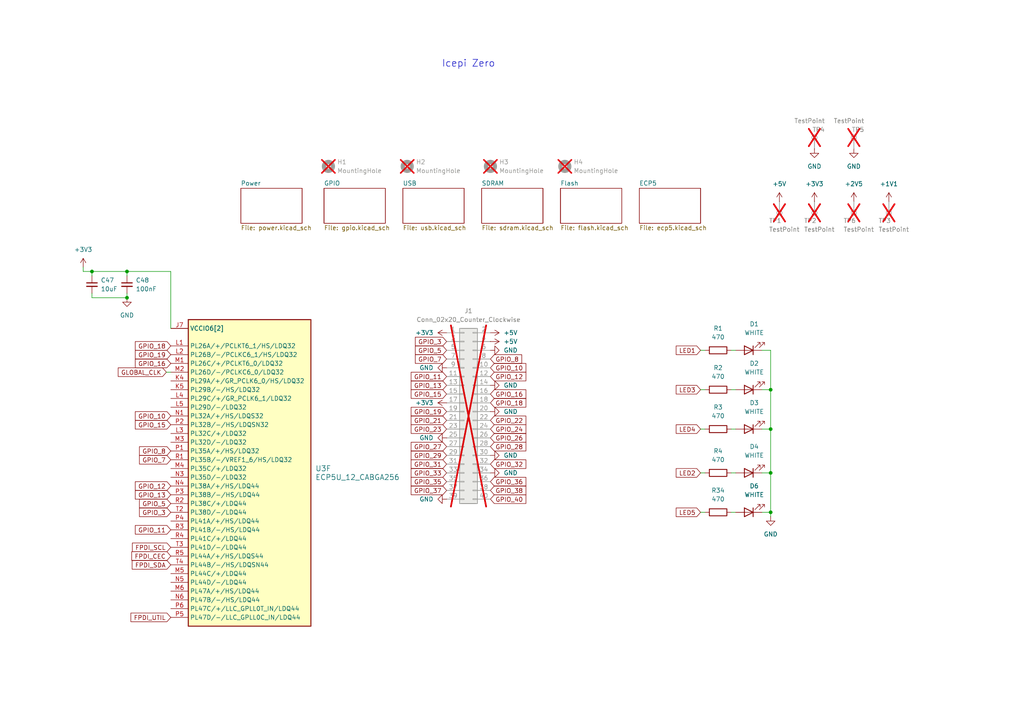
<source format=kicad_sch>
(kicad_sch (version 20250114) (generator "eeschema") (generator_version "9.0")
  (paper "A4")
  (title_block (title "Icepi zero") (date "2025-05-04") (rev "v1") (company "Chengyin Yao (cheyao)") (comment 1 "https://github.com/cheyao/icepi-zero"))
  (lib_symbols
    (symbol "Connector:TestPoint" (pin_numbers (hide yes)) (pin_names (offset 0.762) (hide yes))
      (property "Reference" "TP" (at 0 6.858 0))
      (property "Value" "TestPoint" (at 0 5.08 0))
      (symbol "TestPoint_1_1"
        (pin passive line (at 0 0 90) (length 2.54) (name "1") (number "1"))
      )
    )
    (symbol "Connector_Generic:Conn_02x20_Odd_Even" (pin_names (offset 1.016) (hide yes))
      (property "Reference" "J" (at 1.27 25.4 0))
      (property "Value" "Conn_02x20_Odd_Even" (at 1.27 -27.94 0))
      (symbol "Conn_02x20_Odd_Even_1_1"
        (pin passive line (at -5.08 22.86 0) (length 3.81) (name "Pin_1") (number "1"))
        (pin passive line (at -5.08 20.32 0) (length 3.81) (name "Pin_3") (number "3"))
        (pin passive line (at -5.08 17.78 0) (length 3.81) (name "Pin_5") (number "5"))
        (pin passive line (at -5.08 15.24 0) (length 3.81) (name "Pin_7") (number "7"))
        (pin passive line (at -5.08 12.7 0) (length 3.81) (name "Pin_9") (number "9"))
        (pin passive line (at -5.08 10.16 0) (length 3.81) (name "Pin_11") (number "11"))
        (pin passive line (at -5.08 7.62 0) (length 3.81) (name "Pin_13") (number "13"))
        (pin passive line (at -5.08 5.08 0) (length 3.81) (name "Pin_15") (number "15"))
        (pin passive line (at -5.08 2.54 0) (length 3.81) (name "Pin_17") (number "17"))
        (pin passive line (at -5.08 0 0) (length 3.81) (name "Pin_19") (number "19"))
        (pin passive line (at -5.08 -2.54 0) (length 3.81) (name "Pin_21") (number "21"))
        (pin passive line (at -5.08 -5.08 0) (length 3.81) (name "Pin_23") (number "23"))
        (pin passive line (at -5.08 -7.62 0) (length 3.81) (name "Pin_25") (number "25"))
        (pin passive line (at -5.08 -10.16 0) (length 3.81) (name "Pin_27") (number "27"))
        (pin passive line (at -5.08 -12.7 0) (length 3.81) (name "Pin_29") (number "29"))
        (pin passive line (at -5.08 -15.24 0) (length 3.81) (name "Pin_31") (number "31"))
        (pin passive line (at -5.08 -17.78 0) (length 3.81) (name "Pin_33") (number "33"))
        (pin passive line (at -5.08 -20.32 0) (length 3.81) (name "Pin_35") (number "35"))
        (pin passive line (at -5.08 -22.86 0) (length 3.81) (name "Pin_37") (number "37"))
        (pin passive line (at -5.08 -25.4 0) (length 3.81) (name "Pin_39") (number "39"))
        (pin passive line (at 7.62 22.86 180) (length 3.81) (name "Pin_2") (number "2"))
        (pin passive line (at 7.62 20.32 180) (length 3.81) (name "Pin_4") (number "4"))
        (pin passive line (at 7.62 17.78 180) (length 3.81) (name "Pin_6") (number "6"))
        (pin passive line (at 7.62 15.24 180) (length 3.81) (name "Pin_8") (number "8"))
        (pin passive line (at 7.62 12.7 180) (length 3.81) (name "Pin_10") (number "10"))
        (pin passive line (at 7.62 10.16 180) (length 3.81) (name "Pin_12") (number "12"))
        (pin passive line (at 7.62 7.62 180) (length 3.81) (name "Pin_14") (number "14"))
        (pin passive line (at 7.62 5.08 180) (length 3.81) (name "Pin_16") (number "16"))
        (pin passive line (at 7.62 2.54 180) (length 3.81) (name "Pin_18") (number "18"))
        (pin passive line (at 7.62 0 180) (length 3.81) (name "Pin_20") (number "20"))
        (pin passive line (at 7.62 -2.54 180) (length 3.81) (name "Pin_22") (number "22"))
        (pin passive line (at 7.62 -5.08 180) (length 3.81) (name "Pin_24") (number "24"))
        (pin passive line (at 7.62 -7.62 180) (length 3.81) (name "Pin_26") (number "26"))
        (pin passive line (at 7.62 -10.16 180) (length 3.81) (name "Pin_28") (number "28"))
        (pin passive line (at 7.62 -12.7 180) (length 3.81) (name "Pin_30") (number "30"))
        (pin passive line (at 7.62 -15.24 180) (length 3.81) (name "Pin_32") (number "32"))
        (pin passive line (at 7.62 -17.78 180) (length 3.81) (name "Pin_34") (number "34"))
        (pin passive line (at 7.62 -20.32 180) (length 3.81) (name "Pin_36") (number "36"))
        (pin passive line (at 7.62 -22.86 180) (length 3.81) (name "Pin_38") (number "38"))
        (pin passive line (at 7.62 -25.4 180) (length 3.81) (name "Pin_40") (number "40"))
      )
    )
    (symbol "Device:C_Small" (pin_numbers (hide yes)) (pin_names (offset 0.254) (hide yes))
      (property "Reference" "C" (at 0.254 1.778 0))
      (property "Value" "C_Small" (at 0.254 -2.032 0))
      (symbol "C_Small_1_1"
        (pin passive line (at 0 2.54 270) (length 2.032) (name "~") (number "1"))
        (pin passive line (at 0 -2.54 90) (length 2.032) (name "~") (number "2"))
      )
    )
    (symbol "Device:LED" (pin_numbers (hide yes)) (pin_names (offset 1.016) (hide yes))
      (property "Reference" "D" (at 0 2.54 0))
      (property "Value" "LED" (at 0 -2.54 0))
      (symbol "LED_1_1"
        (pin passive line (at -3.81 0 0) (length 2.54) (name "K") (number "1"))
        (pin passive line (at 3.81 0 180) (length 2.54) (name "A") (number "2"))
      )
    )
    (symbol "Device:R" (pin_numbers (hide yes)) (pin_names (offset 0))
      (property "Reference" "R" (at 2.032 0 90))
      (property "Value" "R" (at 0 0 90))
      (symbol "R_1_1"
        (pin passive line (at 0 3.81 270) (length 1.27) (name "~") (number "1"))
        (pin passive line (at 0 -3.81 90) (length 1.27) (name "~") (number "2"))
      )
    )
    (symbol "Mechanical:MountingHole" (pin_names (offset 1.016)) (in_bom no)
      (property "Reference" "H" (at 0 5.08 0))
      (property "Value" "MountingHole" (at 0 3.175 0))
    )
    (symbol "josh:ECP5U_12_CABGA256"
      (property "Reference" "U" (at -15.24 45.72 0))
      (property "Value" "ECP5U_12_CABGA256" (at 7.62 43.18 0))
      (symbol "ECP5U_12_CABGA256_1_1"
        (pin power_in line (at -12.7 5.08 0) (length 5.08) (name "VCC[6]") (number "G6"))
        (pin power_in line (at -12.7 5.08 0) (length 5.08) (name "VCC[6]") (number "G7"))
        (pin power_in line (at -12.7 5.08 0) (length 5.08) (name "VCC[6]") (number "G9"))
        (pin power_in line (at -12.7 5.08 0) (length 5.08) (name "VCC[6]") (number "L10"))
        (pin power_in line (at -12.7 5.08 0) (length 5.08) (name "VCC[6]") (number "L8"))
        (pin power_in line (at -12.7 5.08 0) (length 5.08) (name "VCC[6]") (number "L9"))
        (pin power_in line (at -12.7 2.54 0) (length 5.08) (name "VCCAUX[2]") (number "G11"))
        (pin power_in line (at -12.7 2.54 0) (length 5.08) (name "VCCAUX[2]") (number "L7"))
        (pin power_in line (at -12.7 -5.08 0) (length 5.08) (name "GND[27]") (number "A1"))
        (pin power_in line (at -12.7 -5.08 0) (length 5.08) (name "GND[27]") (number "A16"))
        (pin power_in line (at -12.7 -5.08 0) (length 5.08) (name "GND[27]") (number "D15"))
        (pin power_in line (at -12.7 -5.08 0) (length 5.08) (name "GND[27]") (number "D2"))
        (pin power_in line (at -12.7 -5.08 0) (length 5.08) (name "GND[27]") (number "F8"))
        (pin power_in line (at -12.7 -5.08 0) (length 5.08) (name "GND[27]") (number "F9"))
        (pin power_in line (at -12.7 -5.08 0) (length 5.08) (name "GND[27]") (number "G10"))
        (pin power_in line (at -12.7 -5.08 0) (length 5.08) (name "GND[27]") (number "G8"))
        (pin power_in line (at -12.7 -5.08 0) (length 5.08) (name "GND[27]") (number "H1"))
        (pin power_in line (at -12.7 -5.08 0) (length 5.08) (name "GND[27]") (number "H10"))
        (pin power_in line (at -12.7 -5.08 0) (length 5.08) (name "GND[27]") (number "H16"))
        (pin power_in line (at -12.7 -5.08 0) (length 5.08) (name "GND[27]") (number "H8"))
        (pin power_in line (at -12.7 -5.08 0) (length 5.08) (name "GND[27]") (number "H9"))
        (pin power_in line (at -12.7 -5.08 0) (length 5.08) (name "GND[27]") (number "J10"))
        (pin power_in line (at -12.7 -5.08 0) (length 5.08) (name "GND[27]") (number "J8"))
        (pin power_in line (at -12.7 -5.08 0) (length 5.08) (name "GND[27]") (number "J9"))
        (pin power_in line (at -12.7 -5.08 0) (length 5.08) (name "GND[27]") (number "K10"))
        (pin power_in line (at -12.7 -5.08 0) (length 5.08) (name "GND[27]") (number "K6"))
        (pin power_in line (at -12.7 -5.08 0) (length 5.08) (name "GND[27]") (number "K7"))
        (pin power_in line (at -12.7 -5.08 0) (length 5.08) (name "GND[27]") (number "K8"))
        (pin power_in line (at -12.7 -5.08 0) (length 5.08) (name "GND[27]") (number "K9"))
        (pin power_in line (at -12.7 -5.08 0) (length 5.08) (name "GND[27]") (number "N15"))
        (pin power_in line (at -12.7 -5.08 0) (length 5.08) (name "GND[27]") (number "N2"))
        (pin power_in line (at -12.7 -5.08 0) (length 5.08) (name "GND[27]") (number "T1"))
        (pin power_in line (at -12.7 -5.08 0) (length 5.08) (name "GND[27]") (number "T12"))
        (pin power_in line (at -12.7 -5.08 0) (length 5.08) (name "GND[27]") (number "T16"))
        (pin power_in line (at -12.7 -5.08 0) (length 5.08) (name "GND[27]") (number "T5"))
      )
      (symbol "ECP5U_12_CABGA256_2_1"
        (pin power_in line (at -21.59 38.1 0) (length 5.08) (name "VCCIO0[2]") (number "F6"))
        (pin power_in line (at -21.59 38.1 0) (length 5.08) (name "VCCIO0[2]") (number "F7"))
        (pin bidirectional line (at -21.59 33.02 0) (length 5.08) (name "PT4A/+") (number "A2"))
        (pin bidirectional line (at -21.59 30.48 0) (length 5.08) (name "PT4B/-") (number "B3"))
        (pin bidirectional line (at -21.59 27.94 0) (length 5.08) (name "PT6A/+") (number "A3"))
        (pin bidirectional line (at -21.59 25.4 0) (length 5.08) (name "PT6B/-") (number "A4"))
        (pin bidirectional line (at -21.59 22.86 0) (length 5.08) (name "PT9A/+") (number "E4"))
        (pin bidirectional line (at -21.59 20.32 0) (length 5.08) (name "PT9B/-") (number "D4"))
        (pin bidirectional line (at -21.59 17.78 0) (length 5.08) (name "PT11A/+") (number "C4"))
        (pin bidirectional line (at -21.59 15.24 0) (length 5.08) (name "PT11B/-") (number "B4"))
        (pin bidirectional line (at -21.59 12.7 0) (length 5.08) (name "PT13A/+") (number "E5"))
        (pin bidirectional line (at -21.59 10.16 0) (length 5.08) (name "PT13B/-") (number "D5"))
        (pin bidirectional line (at -21.59 7.62 0) (length 5.08) (name "PT15A/+") (number "C5"))
        (pin bidirectional line (at -21.59 5.08 0) (length 5.08) (name "PT15B/-") (number "B5"))
        (pin bidirectional line (at -21.59 2.54 0) (length 5.08) (name "PT18A/+") (number "A5"))
        (pin bidirectional line (at -21.59 0 0) (length 5.08) (name "PT18B/-") (number "A6"))
        (pin bidirectional line (at -21.59 -2.54 0) (length 5.08) (name "PT20A/+") (number "E6"))
        (pin bidirectional line (at -21.59 -5.08 0) (length 5.08) (name "PT20B/-") (number "D6"))
        (pin bidirectional line (at -21.59 -7.62 0) (length 5.08) (name "PT22A/+") (number "C6"))
        (pin bidirectional line (at -21.59 -10.16 0) (length 5.08) (name "PT22B/-") (number "B6"))
        (pin bidirectional line (at -21.59 -12.7 0) (length 5.08) (name "PT24A/+/GR_PCLK0_1") (number "E7"))
        (pin bidirectional line (at -21.59 -15.24 0) (length 5.08) (name "PT24B/-/GR_PCLK0_0") (number "D7"))
        (pin bidirectional line (at -21.59 -17.78 0) (length 5.08) (name "PT27A/+/PCLKT0_1") (number "C7"))
        (pin bidirectional line (at -21.59 -20.32 0) (length 5.08) (name "PT27B/-/PCLKC0_1") (number "B7"))
        (pin bidirectional line (at -21.59 -22.86 0) (length 5.08) (name "PT29A/+/PCLKT0_0") (number "A7"))
        (pin bidirectional line (at -21.59 -25.4 0) (length 5.08) (name "PT29B/-/PCLKC0_0") (number "A8"))
      )
      (symbol "ECP5U_12_CABGA256_3_1"
        (pin power_in line (at -21.59 38.1 0) (length 5.08) (name "VCCIO1[2]") (number "F10"))
        (pin power_in line (at -21.59 38.1 0) (length 5.08) (name "VCCIO1[2]") (number "F11"))
        (pin bidirectional line (at -21.59 33.02 0) (length 5.08) (name "PT33A/+/PCLKT1_1") (number "E8"))
        (pin bidirectional line (at -21.59 30.48 0) (length 5.08) (name "PT33B/-/PCLKC1_1") (number "D8"))
        (pin bidirectional line (at -21.59 27.94 0) (length 5.08) (name "PT35A/+/PCLKT1_0") (number "C8"))
        (pin bidirectional line (at -21.59 25.4 0) (length 5.08) (name "PT35B/-/PCLKC1_0") (number "B8"))
        (pin bidirectional line (at -21.59 22.86 0) (length 5.08) (name "PT38A/+/GR_PCLK1_0") (number "B9"))
        (pin bidirectional line (at -21.59 20.32 0) (length 5.08) (name "PT38B/-/GR_PCLK1_1") (number "C9"))
        (pin bidirectional line (at -21.59 17.78 0) (length 5.08) (name "PT40A/+") (number "D9"))
        (pin bidirectional line (at -21.59 15.24 0) (length 5.08) (name "PT40B/-") (number "E9"))
        (pin bidirectional line (at -21.59 12.7 0) (length 5.08) (name "PT42A/+") (number "A9"))
        (pin bidirectional line (at -21.59 10.16 0) (length 5.08) (name "PT42B/-") (number "A10"))
        (pin bidirectional line (at -21.59 7.62 0) (length 5.08) (name "PT44A/+") (number "B10"))
        (pin bidirectional line (at -21.59 5.08 0) (length 5.08) (name "PT44B/-") (number "C10"))
        (pin bidirectional line (at -21.59 2.54 0) (length 5.08) (name "PT47A/+") (number "D10"))
        (pin bidirectional line (at -21.59 0 0) (length 5.08) (name "PT47B/-") (number "E10"))
        (pin bidirectional line (at -21.59 -2.54 0) (length 5.08) (name "PT49A/+") (number "B11"))
        (pin bidirectional line (at -21.59 -5.08 0) (length 5.08) (name "PT49B/-") (number "C11"))
        (pin bidirectional line (at -21.59 -7.62 0) (length 5.08) (name "PT51A/+") (number "D11"))
        (pin bidirectional line (at -21.59 -10.16 0) (length 5.08) (name "PT51B/-") (number "E11"))
        (pin bidirectional line (at -21.59 -12.7 0) (length 5.08) (name "PT53A/+") (number "A11"))
        (pin bidirectional line (at -21.59 -15.24 0) (length 5.08) (name "PT53B/-") (number "A12"))
        (pin bidirectional line (at -21.59 -17.78 0) (length 5.08) (name "PT56A/+") (number "B12"))
        (pin bidirectional line (at -21.59 -20.32 0) (length 5.08) (name "PT56B/-") (number "C12"))
        (pin bidirectional line (at -21.59 -22.86 0) (length 5.08) (name "PT58A/+") (number "D12"))
        (pin bidirectional line (at -21.59 -25.4 0) (length 5.08) (name "PT58B/-") (number "E12"))
        (pin bidirectional line (at -21.59 -27.94 0) (length 5.08) (name "PT60A/+") (number "B13"))
        (pin bidirectional line (at -21.59 -30.48 0) (length 5.08) (name "PT60B/-") (number "C13"))
        (pin bidirectional line (at -21.59 -33.02 0) (length 5.08) (name "PT62A/+") (number "D13"))
        (pin bidirectional line (at -21.59 -35.56 0) (length 5.08) (name "PT62B/-") (number "E13"))
        (pin bidirectional line (at -21.59 -38.1 0) (length 5.08) (name "PT65A/+") (number "A13"))
        (pin bidirectional line (at -21.59 -40.64 0) (length 5.08) (name "PT65B/-") (number "A14"))
        (pin bidirectional line (at -21.59 -43.18 0) (length 5.08) (name "PT67A/+") (number "B14"))
        (pin bidirectional line (at -21.59 -45.72 0) (length 5.08) (name "PT67B/-") (number "A15"))
      )
      (symbol "ECP5U_12_CABGA256_4_1"
        (pin power_in line (at -21.59 38.1 0) (length 5.08) (name "VCCIO2[2]") (number "H11"))
        (pin power_in line (at -21.59 38.1 0) (length 5.08) (name "VCCIO2[2]") (number "J11"))
        (pin bidirectional line (at -21.59 33.02 0) (length 5.08) (name "PR2A/+/HS/RDQ8") (number "B16"))
        (pin bidirectional line (at -21.59 30.48 0) (length 5.08) (name "PR2B/-/S0_IN/HS/RDQ8") (number "B15"))
        (pin bidirectional line (at -21.59 27.94 0) (length 5.08) (name "PR2C/+/RDQ8") (number "C14"))
        (pin bidirectional line (at -21.59 25.4 0) (length 5.08) (name "PR2D/-/RDQ8") (number "D14"))
        (pin bidirectional line (at -21.59 22.86 0) (length 5.08) (name "PR5A/+/HS/RDQ8") (number "C16"))
        (pin bidirectional line (at -21.59 20.32 0) (length 5.08) (name "PR5B/-/HS/RDQ8") (number "C15"))
        (pin bidirectional line (at -21.59 17.78 0) (length 5.08) (name "PR5C/+/RDQ8") (number "E14"))
        (pin bidirectional line (at -21.59 15.24 0) (length 5.08) (name "PR5D/-/RDQ8") (number "F14"))
        (pin bidirectional line (at -21.59 12.7 0) (length 5.08) (name "PR8A/+/HS/RDQS8") (number "D16"))
        (pin bidirectional line (at -21.59 10.16 0) (length 5.08) (name "PR8B/-/HS/RDQSN8") (number "E15"))
        (pin bidirectional line (at -21.59 7.62 0) (length 5.08) (name "PR8C/+/RDQ8") (number "F13"))
        (pin bidirectional line (at -21.59 5.08 0) (length 5.08) (name "PR8D/-/RDQ8") (number "F12"))
        (pin bidirectional line (at -21.59 2.54 0) (length 5.08) (name "PR11A/+/HS/RDQ8") (number "G12"))
        (pin bidirectional line (at -21.59 0 0) (length 5.08) (name "PR11B/-/HS/RDQ8") (number "G13"))
        (pin bidirectional line (at -21.59 -2.54 0) (length 5.08) (name "PR11C/+/RDQ8") (number "F15"))
        (pin bidirectional line (at -21.59 -5.08 0) (length 5.08) (name "PR11D/-/RDQ8") (number "E16"))
        (pin bidirectional line (at -21.59 -7.62 0) (length 5.08) (name "PR14A/+/HS/RDQ20") (number "F16"))
        (pin bidirectional line (at -21.59 -10.16 0) (length 5.08) (name "PR14B/-/HS/RDQ20") (number "G15"))
        (pin bidirectional line (at -21.59 -12.7 0) (length 5.08) (name "PR14C/+/VREF1_2/RDQ20") (number "G14"))
        (pin bidirectional line (at -21.59 -15.24 0) (length 5.08) (name "PR14D/-/RDQ20") (number "H14"))
        (pin bidirectional line (at -21.59 -17.78 0) (length 5.08) (name "PR17A/+/HS/RDQ20") (number "H12"))
        (pin bidirectional line (at -21.59 -20.32 0) (length 5.08) (name "PR17B/-/HS/RDQ20") (number "H13"))
        (pin bidirectional line (at -21.59 -22.86 0) (length 5.08) (name "PR17C/+/RDQ20") (number "J13"))
        (pin bidirectional line (at -21.59 -25.4 0) (length 5.08) (name "PR17D/-/RDQ20") (number "J12"))
        (pin bidirectional line (at -21.59 -27.94 0) (length 5.08) (name "PR20A/+/GR_PCLK2_1/HS/RDQS20") (number "G16"))
        (pin bidirectional line (at -21.59 -30.48 0) (length 5.08) (name "PR20B/-/HS/RDQSN20") (number "H15"))
        (pin bidirectional line (at -21.59 -33.02 0) (length 5.08) (name "PR20C/+/GR_PCLK2_0/RDQ20") (number "J14"))
        (pin bidirectional line (at -21.59 -35.56 0) (length 5.08) (name "PR20D/-/RDQ20") (number "K14"))
        (pin bidirectional line (at -21.59 -38.1 0) (length 5.08) (name "PR23A/+/PCLKT2_1/HS/RDQ20") (number "J16"))
        (pin bidirectional line (at -21.59 -40.64 0) (length 5.08) (name "PR23B/-/PCLKC2_1/HS/RDQ20") (number "J15"))
        (pin bidirectional line (at -21.59 -43.18 0) (length 5.08) (name "PR23C/+/PCLKT2_0/RDQ20") (number "K16"))
        (pin bidirectional line (at -21.59 -45.72 0) (length 5.08) (name "PR23D/-/PCLKC2_0/RDQ20") (number "K15"))
      )
      (symbol "ECP5U_12_CABGA256_5_1"
        (pin power_in line (at -21.59 38.1 0) (length 5.08) (name "VCCIO3[2]") (number "K11"))
        (pin power_in line (at -21.59 38.1 0) (length 5.08) (name "VCCIO3[2]") (number "L11"))
        (pin bidirectional line (at -21.59 33.02 0) (length 5.08) (name "PR26A/+/PCLKT3_1/HS/RDQ32") (number "L16"))
        (pin bidirectional line (at -21.59 30.48 0) (length 5.08) (name "PR26B/-/PCLKC3_1/HS/RDQ32") (number "L15"))
        (pin bidirectional line (at -21.59 27.94 0) (length 5.08) (name "PR26C/+/PCLKT3_0/RDQ32") (number "M16"))
        (pin bidirectional line (at -21.59 25.4 0) (length 5.08) (name "PR26D/-/PCLKC3_0/RDQ32") (number "M15"))
        (pin bidirectional line (at -21.59 22.86 0) (length 5.08) (name "PR29A/+/GR_PCLK3_0/HS/RDQ32") (number "K13"))
        (pin bidirectional line (at -21.59 20.32 0) (length 5.08) (name "PR29B/-/HS/RDQ32") (number "K12"))
        (pin bidirectional line (at -21.59 17.78 0) (length 5.08) (name "PR29C/+/GR_PCLK3_1/RDQ32") (number "L13"))
        (pin bidirectional line (at -21.59 15.24 0) (length 5.08) (name "PR29D/-/RDQ32") (number "L12"))
        (pin bidirectional line (at -21.59 12.7 0) (length 5.08) (name "PR32A/+/HS/RDQS32") (number "N16"))
        (pin bidirectional line (at -21.59 10.16 0) (length 5.08) (name "PR32B/-/HS/RDQSN32") (number "P15"))
        (pin bidirectional line (at -21.59 7.62 0) (length 5.08) (name "PR32C/+/RDQ32") (number "L14"))
        (pin bidirectional line (at -21.59 5.08 0) (length 5.08) (name "PR32D/-/RDQ32") (number "M14"))
        (pin bidirectional line (at -21.59 2.54 0) (length 5.08) (name "PR35A/+/HS/RDQ32") (number "P16"))
        (pin bidirectional line (at -21.59 0 0) (length 5.08) (name "PR35B/-/VREF1_3/HS/RDQ32") (number "R16"))
        (pin bidirectional line (at -21.59 -2.54 0) (length 5.08) (name "PR35C/+/RDQ32") (number "M13"))
        (pin bidirectional line (at -21.59 -5.08 0) (length 5.08) (name "PR35D/-/RDQ32") (number "N14"))
        (pin bidirectional line (at -21.59 -7.62 0) (length 5.08) (name "PR38A/+/HS/RDQ44") (number "N13"))
        (pin bidirectional line (at -21.59 -10.16 0) (length 5.08) (name "PR38B/-/HS/RDQ44") (number "P14"))
        (pin bidirectional line (at -21.59 -12.7 0) (length 5.08) (name "PR38C/+/RDQ44") (number "R15"))
        (pin bidirectional line (at -21.59 -15.24 0) (length 5.08) (name "PR38D/-/RDQ44") (number "T15"))
        (pin bidirectional line (at -21.59 -17.78 0) (length 5.08) (name "PR41A/+/HS/RDQ44") (number "P13"))
        (pin bidirectional line (at -21.59 -20.32 0) (length 5.08) (name "PR41B/-/HS/RDQ44") (number "R14"))
        (pin bidirectional line (at -21.59 -22.86 0) (length 5.08) (name "PR41C/+/RDQ44") (number "R13"))
        (pin bidirectional line (at -21.59 -25.4 0) (length 5.08) (name "PR41D/-/RDQ44") (number "T14"))
        (pin bidirectional line (at -21.59 -27.94 0) (length 5.08) (name "PR44A/+/HS/RDQS44") (number "R12"))
        (pin bidirectional line (at -21.59 -30.48 0) (length 5.08) (name "PR44B/-/HS/RDQSN44") (number "T13"))
        (pin bidirectional line (at -21.59 -33.02 0) (length 5.08) (name "PR44C/+/RDQ44") (number "M12"))
        (pin bidirectional line (at -21.59 -35.56 0) (length 5.08) (name "PR44D/-/RDQ44") (number "N12"))
        (pin bidirectional line (at -21.59 -38.1 0) (length 5.08) (name "PR47A/+/HS/RDQ44") (number "M11"))
        (pin bidirectional line (at -21.59 -40.64 0) (length 5.08) (name "PR47B/-/HS/RDQ44") (number "N11"))
        (pin bidirectional line (at -21.59 -43.18 0) (length 5.08) (name "PR47C/+/LRC_GPLL0T_IN/RDQ44") (number "P11"))
        (pin bidirectional line (at -21.59 -45.72 0) (length 5.08) (name "PR47D/-/LRC_GPLL0C_IN/RDQ44") (number "P12"))
      )
      (symbol "ECP5U_12_CABGA256_6_1"
        (pin power_in line (at -21.59 38.1 0) (length 5.08) (name "VCCIO6[2]") (number "J6"))
        (pin power_in line (at -21.59 38.1 0) (length 5.08) (name "VCCIO6[2]") (number "J7"))
        (pin bidirectional line (at -21.59 33.02 0) (length 5.08) (name "PL26A/+/PCLKT6_1/HS/LDQ32") (number "L1"))
        (pin bidirectional line (at -21.59 30.48 0) (length 5.08) (name "PL26B/-/PCLKC6_1/HS/LDQ32") (number "L2"))
        (pin bidirectional line (at -21.59 27.94 0) (length 5.08) (name "PL26C/+/PCLKT6_0/LDQ32") (number "M1"))
        (pin bidirectional line (at -21.59 25.4 0) (length 5.08) (name "PL26D/-/PCLKC6_0/LDQ32") (number "M2"))
        (pin bidirectional line (at -21.59 22.86 0) (length 5.08) (name "PL29A/+/GR_PCLK6_0/HS/LDQ32") (number "K4"))
        (pin bidirectional line (at -21.59 20.32 0) (length 5.08) (name "PL29B/-/HS/LDQ32") (number "K5"))
        (pin bidirectional line (at -21.59 17.78 0) (length 5.08) (name "PL29C/+/GR_PCLK6_1/LDQ32") (number "L4"))
        (pin bidirectional line (at -21.59 15.24 0) (length 5.08) (name "PL29D/-/LDQ32") (number "L5"))
        (pin bidirectional line (at -21.59 12.7 0) (length 5.08) (name "PL32A/+/HS/LDQS32") (number "N1"))
        (pin bidirectional line (at -21.59 10.16 0) (length 5.08) (name "PL32B/-/HS/LDQSN32") (number "P2"))
        (pin bidirectional line (at -21.59 7.62 0) (length 5.08) (name "PL32C/+/LDQ32") (number "L3"))
        (pin bidirectional line (at -21.59 5.08 0) (length 5.08) (name "PL32D/-/LDQ32") (number "M3"))
        (pin bidirectional line (at -21.59 2.54 0) (length 5.08) (name "PL35A/+/HS/LDQ32") (number "P1"))
        (pin bidirectional line (at -21.59 0 0) (length 5.08) (name "PL35B/-/VREF1_6/HS/LDQ32") (number "R1"))
        (pin bidirectional line (at -21.59 -2.54 0) (length 5.08) (name "PL35C/+/LDQ32") (number "M4"))
        (pin bidirectional line (at -21.59 -5.08 0) (length 5.08) (name "PL35D/-/LDQ32") (number "N3"))
        (pin bidirectional line (at -21.59 -7.62 0) (length 5.08) (name "PL38A/+/HS/LDQ44") (number "N4"))
        (pin bidirectional line (at -21.59 -10.16 0) (length 5.08) (name "PL38B/-/HS/LDQ44") (number "P3"))
        (pin bidirectional line (at -21.59 -12.7 0) (length 5.08) (name "PL38C/+/LDQ44") (number "R2"))
        (pin bidirectional line (at -21.59 -15.24 0) (length 5.08) (name "PL38D/-/LDQ44") (number "T2"))
        (pin bidirectional line (at -21.59 -17.78 0) (length 5.08) (name "PL41A/+/HS/LDQ44") (number "P4"))
        (pin bidirectional line (at -21.59 -20.32 0) (length 5.08) (name "PL41B/-/HS/LDQ44") (number "R3"))
        (pin bidirectional line (at -21.59 -22.86 0) (length 5.08) (name "PL41C/+/LDQ44") (number "R4"))
        (pin bidirectional line (at -21.59 -25.4 0) (length 5.08) (name "PL41D/-/LDQ44") (number "T3"))
        (pin bidirectional line (at -21.59 -27.94 0) (length 5.08) (name "PL44A/+/HS/LDQS44") (number "R5"))
        (pin bidirectional line (at -21.59 -30.48 0) (length 5.08) (name "PL44B/-/HS/LDQSN44") (number "T4"))
        (pin bidirectional line (at -21.59 -33.02 0) (length 5.08) (name "PL44C/+/LDQ44") (number "M5"))
        (pin bidirectional line (at -21.59 -35.56 0) (length 5.08) (name "PL44D/-/LDQ44") (number "N5"))
        (pin bidirectional line (at -21.59 -38.1 0) (length 5.08) (name "PL47A/+/HS/LDQ44") (number "M6"))
        (pin bidirectional line (at -21.59 -40.64 0) (length 5.08) (name "PL47B/-/HS/LDQ44") (number "N6"))
        (pin bidirectional line (at -21.59 -43.18 0) (length 5.08) (name "PL47C/+/LLC_GPLL0T_IN/LDQ44") (number "P6"))
        (pin bidirectional line (at -21.59 -45.72 0) (length 5.08) (name "PL47D/-/LLC_GPLL0C_IN/LDQ44") (number "P5"))
      )
      (symbol "ECP5U_12_CABGA256_7_1"
        (pin power_in line (at -21.59 38.1 0) (length 5.08) (name "VCCIO7[2]") (number "H6"))
        (pin power_in line (at -21.59 38.1 0) (length 5.08) (name "VCCIO7[2]") (number "H7"))
        (pin bidirectional line (at -21.59 34.29 0) (length 5.08) (name "PL2A/+/HS/LDQ8") (number "B1"))
        (pin bidirectional line (at -21.59 31.75 0) (length 5.08) (name "PL2B/-/HS/LDQ8") (number "B2"))
        (pin bidirectional line (at -21.59 29.21 0) (length 5.08) (name "PL2C/+/LDQ8") (number "C3"))
        (pin bidirectional line (at -21.59 26.67 0) (length 5.08) (name "PL2D/-/LDQ8") (number "D3"))
        (pin bidirectional line (at -21.59 24.13 0) (length 5.08) (name "PL5A/+/HS/LDQ8") (number "C1"))
        (pin bidirectional line (at -21.59 21.59 0) (length 5.08) (name "PL5B/-/HS/LDQ8") (number "C2"))
        (pin bidirectional line (at -21.59 19.05 0) (length 5.08) (name "PL5C/+/LDQ8") (number "E3"))
        (pin bidirectional line (at -21.59 16.51 0) (length 5.08) (name "PL5D/-/LDQ8") (number "F3"))
        (pin bidirectional line (at -21.59 13.97 0) (length 5.08) (name "PL8A/+/HS/LDQS8") (number "D1"))
        (pin bidirectional line (at -21.59 11.43 0) (length 5.08) (name "PL8B/-/HS/LDQSN8") (number "E2"))
        (pin bidirectional line (at -21.59 8.89 0) (length 5.08) (name "PL8C/+/LDQ8") (number "F4"))
        (pin bidirectional line (at -21.59 6.35 0) (length 5.08) (name "PL8D/-/LDQ8") (number "F5"))
        (pin bidirectional line (at -21.59 3.81 0) (length 5.08) (name "PL11A/+/HS/LDQ8") (number "G5"))
        (pin bidirectional line (at -21.59 1.27 0) (length 5.08) (name "PL11B/-/HS/LDQ8") (number "G4"))
        (pin bidirectional line (at -21.59 -1.27 0) (length 5.08) (name "PL11C/+/LDQ8") (number "F2"))
        (pin bidirectional line (at -21.59 -3.81 0) (length 5.08) (name "PL11D/-/LDQ8") (number "E1"))
        (pin bidirectional line (at -21.59 -6.35 0) (length 5.08) (name "PL14A/+/HS/LDQ20") (number "F1"))
        (pin bidirectional line (at -21.59 -8.89 0) (length 5.08) (name "PL14B/-/HS/LDQ20") (number "G2"))
        (pin bidirectional line (at -21.59 -11.43 0) (length 5.08) (name "PL14C/+/VREF1_7/LDQ20") (number "G3"))
        (pin bidirectional line (at -21.59 -13.97 0) (length 5.08) (name "PL14D/-/LDQ20") (number "H3"))
        (pin bidirectional line (at -21.59 -16.51 0) (length 5.08) (name "PL17A/+/HS/LDQ20") (number "H5"))
        (pin bidirectional line (at -21.59 -19.05 0) (length 5.08) (name "PL17B/-/HS/LDQ20") (number "H4"))
        (pin bidirectional line (at -21.59 -21.59 0) (length 5.08) (name "PL17C/+/LDQ20") (number "J4"))
        (pin bidirectional line (at -21.59 -24.13 0) (length 5.08) (name "PL17D/-/LDQ20") (number "J5"))
        (pin bidirectional line (at -21.59 -26.67 0) (length 5.08) (name "PL20A/+/GR_PCLK7_1/HS/LDQS20") (number "G1"))
        (pin bidirectional line (at -21.59 -29.21 0) (length 5.08) (name "PL20B/-/HS/LDQSN20") (number "H2"))
        (pin bidirectional line (at -21.59 -31.75 0) (length 5.08) (name "PL20C/+/GR_PCLK7_0/LDQ20") (number "J3"))
        (pin bidirectional line (at -21.59 -34.29 0) (length 5.08) (name "PL20D/-/LDQ20") (number "K3"))
        (pin bidirectional line (at -21.59 -36.83 0) (length 5.08) (name "PL23A/+/PCLKT7_1/HS/LDQ20") (number "J1"))
        (pin bidirectional line (at -21.59 -39.37 0) (length 5.08) (name "PL23B/-/PCLKC7_1/HS/LDQ20") (number "J2"))
        (pin bidirectional line (at -21.59 -41.91 0) (length 5.08) (name "PL23C/+/PCLKT7_0/LDQ20") (number "K1"))
        (pin bidirectional line (at -21.59 -44.45 0) (length 5.08) (name "PL23D/-/PCLKC7_0/LDQ20") (number "K2"))
      )
      (symbol "ECP5U_12_CABGA256_8_1"
        (pin power_in line (at -21.59 38.1 0) (length 5.08) (name "VCCIO8") (number "L6"))
        (pin bidirectional line (at -21.59 33.02 0) (length 5.08) (name "CCLK/MCLK/SCK") (number "N9"))
        (pin bidirectional line (at -21.59 30.48 0) (length 5.08) (name "CFG_0") (number "N10"))
        (pin bidirectional line (at -21.59 27.94 0) (length 5.08) (name "CFG_1") (number "P10"))
        (pin bidirectional line (at -21.59 25.4 0) (length 5.08) (name "CFG_2") (number "R10"))
        (pin bidirectional line (at -21.59 22.86 0) (length 5.08) (name "DONE") (number "P9"))
        (pin bidirectional line (at -21.59 20.32 0) (length 5.08) (name "INITN") (number "T9"))
        (pin bidirectional line (at -21.59 17.78 0) (length 5.08) (name "PB4A/+/D7/IO7") (number "T6"))
        (pin bidirectional line (at -21.59 15.24 0) (length 5.08) (name "PB4B/-/D6/IO6") (number "R6"))
        (pin bidirectional line (at -21.59 12.7 0) (length 5.08) (name "PB6A/+/D5/MISO2/IO5") (number "R7"))
        (pin bidirectional line (at -21.59 10.16 0) (length 5.08) (name "PB6B/-/D4/MOSI2/IO4") (number "P7"))
        (pin bidirectional line (at -21.59 7.62 0) (length 5.08) (name "PB9A/+/D3/IO3") (number "N7"))
        (pin bidirectional line (at -21.59 5.08 0) (length 5.08) (name "PB9B/-/D2/IO2") (number "M7"))
        (pin bidirectional line (at -21.59 2.54 0) (length 5.08) (name "PB11A/+/D1/MISO/IO1") (number "T7"))
        (pin bidirectional line (at -21.59 0 0) (length 5.08) (name "PB11B/-/D0/MOSI/IO0") (number "T8"))
        (pin bidirectional line (at -21.59 -2.54 0) (length 5.08) (name "PB13A/+/SN/CSN") (number "R8"))
        (pin bidirectional line (at -21.59 -5.08 0) (length 5.08) (name "PB13B/-/CS1N") (number "P8"))
        (pin bidirectional line (at -21.59 -7.62 0) (length 5.08) (name "PB15A/+/HOLDN/DI/BUSY/CSSPIN/CEN") (number "N8"))
        (pin bidirectional line (at -21.59 -10.16 0) (length 5.08) (name "PB15B/-/DOUT/CSON") (number "M8"))
        (pin bidirectional line (at -21.59 -12.7 0) (length 5.08) (name "PB18A/WRITEN") (number "M9"))
        (pin bidirectional line (at -21.59 -15.24 0) (length 5.08) (name "PROGRAMN") (number "R9"))
      )
      (symbol "ECP5U_12_CABGA256_9_1"
        (pin bidirectional line (at -7.62 3.81 0) (length 5.08) (name "TCK") (number "T10"))
        (pin bidirectional line (at -7.62 1.27 0) (length 5.08) (name "TDI") (number "R11"))
        (pin bidirectional line (at -7.62 -1.27 0) (length 5.08) (name "TDO") (number "M10"))
        (pin bidirectional line (at -7.62 -3.81 0) (length 5.08) (name "TMS") (number "T11"))
      )
    )
    (symbol "power:+1V1" (power) (pin_numbers (hide yes)) (pin_names (offset 0) (hide yes))
      (property "Value" "+1V1" (at 0 3.556 0))
      (symbol "+1V1_1_1"
        (pin power_in line (at 0 0 90) (length 0) (name "~") (number "1"))
      )
    )
    (symbol "power:+2V5" (power) (pin_numbers (hide yes)) (pin_names (offset 0) (hide yes))
      (property "Value" "+2V5" (at 0 3.556 0))
      (symbol "+2V5_1_1"
        (pin power_in line (at 0 0 90) (length 0) (name "~") (number "1"))
      )
    )
    (symbol "power:+3V3" (power) (pin_numbers (hide yes)) (pin_names (offset 0) (hide yes))
      (property "Value" "+3V3" (at 0 3.556 0))
      (symbol "+3V3_1_1"
        (pin power_in line (at 0 0 90) (length 0) (name "~") (number "1"))
      )
    )
    (symbol "power:+5V" (power) (pin_numbers (hide yes)) (pin_names (offset 0) (hide yes))
      (property "Value" "+5V" (at 0 3.556 0))
      (symbol "+5V_1_1"
        (pin power_in line (at 0 0 90) (length 0) (name "~") (number "1"))
      )
    )
    (symbol "power:GND" (power) (pin_numbers (hide yes)) (pin_names (offset 0) (hide yes))
      (property "Value" "GND" (at 0 -3.81 0))
      (symbol "GND_1_1"
        (pin power_in line (at 0 0 270) (length 0) (name "~") (number "1"))
      )
    )
  )
  (text "Icepi Zero" (at 135.89 18.542 0) (effects (font (size 2 2))))
  (junction (at 223.52 137.16))
  (junction (at 26.67 78.74))
  (junction (at 36.83 78.74))
  (junction (at 223.52 148.59))
  (junction (at 223.52 124.46))
  (junction (at 223.52 113.03))
  (junction (at 36.83 86.36))
  (wire (pts (xy 223.52 148.59) (xy 223.52 137.16)))
  (wire (pts (xy 26.67 78.74) (xy 36.83 78.74)))
  (wire (pts (xy 223.52 101.6) (xy 223.52 113.03)))
  (wire (pts (xy 203.2 113.03) (xy 204.47 113.03)))
  (wire (pts (xy 36.83 78.74) (xy 49.53 78.74)))
  (wire (pts (xy 36.83 86.36) (xy 36.83 85.09)))
  (wire (pts (xy 26.67 78.74) (xy 26.67 80.01)))
  (wire (pts (xy 48.26 107.95) (xy 49.53 107.95)))
  (wire (pts (xy 223.52 149.86) (xy 223.52 148.59)))
  (wire (pts (xy 24.13 78.74) (xy 26.67 78.74)))
  (wire (pts (xy 203.2 101.6) (xy 204.47 101.6)))
  (wire (pts (xy 203.2 148.59) (xy 204.47 148.59)))
  (wire (pts (xy 203.2 137.16) (xy 204.47 137.16)))
  (wire (pts (xy 223.52 137.16) (xy 220.98 137.16)))
  (wire (pts (xy 212.09 124.46) (xy 213.36 124.46)))
  (wire (pts (xy 223.52 137.16) (xy 223.52 124.46)))
  (wire (pts (xy 223.52 101.6) (xy 220.98 101.6)))
  (wire (pts (xy 36.83 78.74) (xy 36.83 80.01)))
  (wire (pts (xy 26.67 85.09) (xy 26.67 86.36)))
  (wire (pts (xy 223.52 124.46) (xy 220.98 124.46)))
  (wire (pts (xy 212.09 101.6) (xy 213.36 101.6)))
  (wire (pts (xy 24.13 77.47) (xy 24.13 78.74)))
  (wire (pts (xy 212.09 113.03) (xy 213.36 113.03)))
  (wire (pts (xy 26.67 86.36) (xy 36.83 86.36)))
  (wire (pts (xy 223.52 113.03) (xy 220.98 113.03)))
  (wire (pts (xy 223.52 148.59) (xy 220.98 148.59)))
  (wire (pts (xy 212.09 137.16) (xy 213.36 137.16)))
  (wire (pts (xy 49.53 78.74) (xy 49.53 95.25)))
  (wire (pts (xy 223.52 124.46) (xy 223.52 113.03)))
  (wire (pts (xy 212.09 148.59) (xy 213.36 148.59)))
  (wire (pts (xy 203.2 124.46) (xy 204.47 124.46)))
  (global_label "GPIO_5" (shape input) (at 49.53 146.05 180) (property "Intersheetrefs" "${INTERSHEET_REFS}" (effects (hide yes))))
  (global_label "FPDI_SDA" (shape input) (at 49.53 163.83 180) (property "Intersheetrefs" "${INTERSHEET_REFS}" (effects (hide yes))))
  (global_label "LED3" (shape input) (at 203.2 113.03 180) (property "Intersheetrefs" "${INTERSHEET_REFS}" (effects (hide yes))))
  (global_label "GPIO_35" (shape input) (at 129.54 139.7 180) (property "Intersheetrefs" "${INTERSHEET_REFS}" (effects (hide yes))))
  (global_label "GPIO_12" (shape input) (at 49.53 140.97 180) (property "Intersheetrefs" "${INTERSHEET_REFS}" (effects (hide yes))))
  (global_label "GPIO_8" (shape input) (at 142.24 104.14 0) (property "Intersheetrefs" "${INTERSHEET_REFS}" (effects (hide yes))))
  (global_label "FPDI_CEC" (shape input) (at 49.53 161.29 180) (property "Intersheetrefs" "${INTERSHEET_REFS}" (effects (hide yes))))
  (global_label "GPIO_18" (shape input) (at 142.24 116.84 0) (property "Intersheetrefs" "${INTERSHEET_REFS}" (effects (hide yes))))
  (global_label "GPIO_36" (shape input) (at 142.24 139.7 0) (property "Intersheetrefs" "${INTERSHEET_REFS}" (effects (hide yes))))
  (global_label "GPIO_13" (shape input) (at 129.54 111.76 180) (property "Intersheetrefs" "${INTERSHEET_REFS}" (effects (hide yes))))
  (global_label "GPIO_15" (shape input) (at 129.54 114.3 180) (property "Intersheetrefs" "${INTERSHEET_REFS}" (effects (hide yes))))
  (global_label "GLOBAL_CLK" (shape input) (at 48.26 107.95 180) (property "Intersheetrefs" "${INTERSHEET_REFS}" (effects (hide yes))))
  (global_label "GPIO_21" (shape input) (at 129.54 121.92 180) (property "Intersheetrefs" "${INTERSHEET_REFS}" (effects (hide yes))))
  (global_label "GPIO_28" (shape input) (at 142.24 129.54 0) (property "Intersheetrefs" "${INTERSHEET_REFS}" (effects (hide yes))))
  (global_label "LED2" (shape input) (at 203.2 137.16 180) (property "Intersheetrefs" "${INTERSHEET_REFS}" (effects (hide yes))))
  (global_label "GPIO_16" (shape input) (at 49.53 105.41 180) (property "Intersheetrefs" "${INTERSHEET_REFS}" (effects (hide yes))))
  (global_label "GPIO_19" (shape input) (at 129.54 119.38 180) (property "Intersheetrefs" "${INTERSHEET_REFS}" (effects (hide yes))))
  (global_label "GPIO_7" (shape input) (at 49.53 133.35 180) (property "Intersheetrefs" "${INTERSHEET_REFS}" (effects (hide yes))))
  (global_label "GPIO_26" (shape input) (at 142.24 127 0) (property "Intersheetrefs" "${INTERSHEET_REFS}" (effects (hide yes))))
  (global_label "GPIO_29" (shape input) (at 129.54 132.08 180) (property "Intersheetrefs" "${INTERSHEET_REFS}" (effects (hide yes))))
  (global_label "GPIO_15" (shape input) (at 49.53 123.19 180) (property "Intersheetrefs" "${INTERSHEET_REFS}" (effects (hide yes))))
  (global_label "LED5" (shape input) (at 203.2 148.59 180) (property "Intersheetrefs" "${INTERSHEET_REFS}" (effects (hide yes))))
  (global_label "GPIO_31" (shape input) (at 129.54 134.62 180) (property "Intersheetrefs" "${INTERSHEET_REFS}" (effects (hide yes))))
  (global_label "GPIO_5" (shape input) (at 129.54 101.6 180) (property "Intersheetrefs" "${INTERSHEET_REFS}" (effects (hide yes))))
  (global_label "GPIO_38" (shape input) (at 142.24 142.24 0) (property "Intersheetrefs" "${INTERSHEET_REFS}" (effects (hide yes))))
  (global_label "GPIO_19" (shape input) (at 49.53 102.87 180) (property "Intersheetrefs" "${INTERSHEET_REFS}" (effects (hide yes))))
  (global_label "GPIO_37" (shape input) (at 129.54 142.24 180) (property "Intersheetrefs" "${INTERSHEET_REFS}" (effects (hide yes))))
  (global_label "FPDI_UTIL" (shape input) (at 49.53 179.07 180) (property "Intersheetrefs" "${INTERSHEET_REFS}" (effects (hide yes))))
  (global_label "GPIO_3" (shape input) (at 49.53 148.59 180) (property "Intersheetrefs" "${INTERSHEET_REFS}" (effects (hide yes))))
  (global_label "GPIO_3" (shape input) (at 129.54 99.06 180) (property "Intersheetrefs" "${INTERSHEET_REFS}" (effects (hide yes))))
  (global_label "GPIO_10" (shape input) (at 142.24 106.68 0) (property "Intersheetrefs" "${INTERSHEET_REFS}" (effects (hide yes))))
  (global_label "GPIO_40" (shape input) (at 142.24 144.78 0) (property "Intersheetrefs" "${INTERSHEET_REFS}" (effects (hide yes))))
  (global_label "FPDI_SCL" (shape input) (at 49.53 158.75 180) (property "Intersheetrefs" "${INTERSHEET_REFS}" (effects (hide yes))))
  (global_label "GPIO_24" (shape input) (at 142.24 124.46 0) (property "Intersheetrefs" "${INTERSHEET_REFS}" (effects (hide yes))))
  (global_label "GPIO_27" (shape input) (at 129.54 129.54 180) (property "Intersheetrefs" "${INTERSHEET_REFS}" (effects (hide yes))))
  (global_label "GPIO_13" (shape input) (at 49.53 143.51 180) (property "Intersheetrefs" "${INTERSHEET_REFS}" (effects (hide yes))))
  (global_label "GPIO_33" (shape input) (at 129.54 137.16 180) (property "Intersheetrefs" "${INTERSHEET_REFS}" (effects (hide yes))))
  (global_label "GPIO_8" (shape input) (at 49.53 130.81 180) (property "Intersheetrefs" "${INTERSHEET_REFS}" (effects (hide yes))))
  (global_label "GPIO_11" (shape input) (at 129.54 109.22 180) (property "Intersheetrefs" "${INTERSHEET_REFS}" (effects (hide yes))))
  (global_label "LED4" (shape input) (at 203.2 124.46 180) (property "Intersheetrefs" "${INTERSHEET_REFS}" (effects (hide yes))))
  (global_label "GPIO_11" (shape input) (at 49.53 153.67 180) (property "Intersheetrefs" "${INTERSHEET_REFS}" (effects (hide yes))))
  (global_label "GPIO_12" (shape input) (at 142.24 109.22 0) (property "Intersheetrefs" "${INTERSHEET_REFS}" (effects (hide yes))))
  (global_label "GPIO_22" (shape input) (at 142.24 121.92 0) (property "Intersheetrefs" "${INTERSHEET_REFS}" (effects (hide yes))))
  (global_label "LED1" (shape input) (at 203.2 101.6 180) (property "Intersheetrefs" "${INTERSHEET_REFS}" (effects (hide yes))))
  (global_label "GPIO_10" (shape input) (at 49.53 120.65 180) (property "Intersheetrefs" "${INTERSHEET_REFS}" (effects (hide yes))))
  (global_label "GPIO_18" (shape input) (at 49.53 100.33 180) (property "Intersheetrefs" "${INTERSHEET_REFS}" (effects (hide yes))))
  (global_label "GPIO_16" (shape input) (at 142.24 114.3 0) (property "Intersheetrefs" "${INTERSHEET_REFS}" (effects (hide yes))))
  (global_label "GPIO_32" (shape input) (at 142.24 134.62 0) (property "Intersheetrefs" "${INTERSHEET_REFS}" (effects (hide yes))))
  (global_label "GPIO_7" (shape input) (at 129.54 104.14 180) (property "Intersheetrefs" "${INTERSHEET_REFS}" (effects (hide yes))))
  (global_label "GPIO_23" (shape input) (at 129.54 124.46 180) (property "Intersheetrefs" "${INTERSHEET_REFS}" (effects (hide yes))))
  (symbol (lib_id "Device:LED") (at 217.17 101.6 180) (unit 1)
    (property "Reference" "D1" (at 218.7575 93.98 0))
    (property "Value" "WHITE" (at 218.7575 96.52 0))
    (property "Footprint" "LED_SMD:LED_0603_1608Metric" (effects (hide yes)))
    (property "Description" "Light emitting diode" (effects (hide yes)))
    (property "Sim.Pins" "1=K 2=A" (effects (hide yes)))
    (property "JLCPCB Part #" "C2290" (effects (hide yes)))
  )
  (symbol (lib_id "Device:R") (at 208.28 113.03 90) (unit 1)
    (property "Reference" "R2" (at 208.28 106.68 90))
    (property "Value" "470" (at 208.28 109.22 90))
    (property "Footprint" "Resistor_SMD:R_0402_1005Metric" (effects (hide yes)))
    (property "Description" "Resistor" (effects (hide yes)))
    (property "JLCPCB Part #" "C25117" (effects (hide yes)))
  )
  (symbol (lib_id "power:GND") (at 129.54 106.68 270) (unit 1)
    (property "Reference" "#PWR05" (effects (hide yes)))
    (property "Value" "GND" (at 125.73 106.6799 90) (effects (justify right)))
    (property "Description" "Power symbol creates a global label with name \"GND\" , ground" (effects (hide yes)))
  )
  (symbol (lib_id "Device:R") (at 208.28 148.59 90) (unit 1)
    (property "Reference" "R34" (at 208.28 142.24 90))
    (property "Value" "470" (at 208.28 144.78 90))
    (property "Footprint" "Resistor_SMD:R_0402_1005Metric" (effects (hide yes)))
    (property "Description" "Resistor" (effects (hide yes)))
    (property "JLCPCB Part #" "C25117" (effects (hide yes)))
  )
  (symbol (lib_id "power:GND") (at 129.54 144.78 270) (unit 1)
    (property "Reference" "#PWR013" (effects (hide yes)))
    (property "Value" "GND" (at 125.73 144.7799 90) (effects (justify right)))
    (property "Description" "Power symbol creates a global label with name \"GND\" , ground" (effects (hide yes)))
  )
  (symbol (lib_id "Device:R") (at 208.28 101.6 90) (unit 1)
    (property "Reference" "R1" (at 208.28 95.25 90))
    (property "Value" "470" (at 208.28 97.79 90))
    (property "Footprint" "Resistor_SMD:R_0402_1005Metric" (effects (hide yes)))
    (property "Description" "Resistor" (effects (hide yes)))
    (property "JLCPCB Part #" "C25117" (effects (hide yes)))
  )
  (symbol (lib_id "power:GND") (at 223.52 149.86 0) (unit 1)
    (property "Reference" "#PWR012" (effects (hide yes)))
    (property "Value" "GND" (at 223.52 154.94 0))
    (property "Description" "Power symbol creates a global label with name \"GND\" , ground" (effects (hide yes)))
  )
  (symbol (lib_id "Device:LED") (at 217.17 113.03 180) (unit 1)
    (property "Reference" "D2" (at 218.7575 105.41 0))
    (property "Value" "WHITE" (at 218.7575 107.95 0))
    (property "Footprint" "LED_SMD:LED_0603_1608Metric" (effects (hide yes)))
    (property "Description" "Light emitting diode" (effects (hide yes)))
    (property "Sim.Pins" "1=K 2=A" (effects (hide yes)))
    (property "JLCPCB Part #" "C2290" (effects (hide yes)))
  )
  (symbol (lib_id "Mechanical:MountingHole") (at 118.11 48.26 0) (unit 1) (in_bom no) (dnp yes)
    (property "Reference" "H2" (at 120.65 46.9899 0) (effects (justify left)))
    (property "Value" "MountingHole" (at 120.65 49.5299 0) (effects (justify left)))
    (property "Footprint" "MountingHole:MountingHole_2.5mm" (effects (hide yes)))
    (property "Description" "Mounting Hole without connection" (effects (hide yes)))
  )
  (symbol (lib_id "power:GND") (at 142.24 119.38 90) (unit 1)
    (property "Reference" "#PWR08" (effects (hide yes)))
    (property "Value" "GND" (at 146.05 119.3799 90) (effects (justify right)))
    (property "Description" "Power symbol creates a global label with name \"GND\" , ground" (effects (hide yes)))
  )
  (symbol (lib_id "power:GND") (at 129.54 127 270) (unit 1)
    (property "Reference" "#PWR09" (effects (hide yes)))
    (property "Value" "GND" (at 125.73 126.9999 90) (effects (justify right)))
    (property "Description" "Power symbol creates a global label with name \"GND\" , ground" (effects (hide yes)))
  )
  (symbol (lib_id "Connector_Generic:Conn_02x20_Odd_Even") (at 134.62 119.38 0) (unit 1) (in_bom no) (dnp yes)
    (property "Reference" "J1" (at 135.89 90.17 0))
    (property "Value" "Conn_02x20_Counter_Clockwise" (at 135.89 92.71 0))
    (property "Footprint" "Connector_PinHeader_2.54mm:PinHeader_2x20_P2.54mm_Vertical" (effects (hide yes)))
    (property "Description" "Generic connector, double row, 02x20, odd/even pin numbering scheme (row 1 odd numbers, row 2 even numbers), script generated (kicad-library-utils/schlib/autogen/connector/)" (effects (hide yes)))
  )
  (symbol (lib_id "Mechanical:MountingHole") (at 163.83 48.26 0) (unit 1) (in_bom no) (dnp yes)
    (property "Reference" "H4" (at 166.37 46.9899 0) (effects (justify left)))
    (property "Value" "MountingHole" (at 166.37 49.5299 0) (effects (justify left)))
    (property "Footprint" "MountingHole:MountingHole_2.5mm" (effects (hide yes)))
    (property "Description" "Mounting Hole without connection" (effects (hide yes)))
  )
  (symbol (lib_id "power:+5V") (at 142.24 99.06 270) (unit 1)
    (property "Reference" "#PWR03" (effects (hide yes)))
    (property "Value" "+5V" (at 146.05 99.0599 90) (effects (justify left)))
    (property "Description" "Power symbol creates a global label with name \"+5V\"" (effects (hide yes)))
  )
  (symbol (lib_id "power:+2V5") (at 247.65 58.42 0) (unit 1)
    (property "Reference" "#PWR097" (effects (hide yes)))
    (property "Value" "+2V5" (at 247.65 53.34 0))
    (property "Description" "Power symbol creates a global label with name \"+2V5\"" (effects (hide yes)))
  )
  (symbol (lib_id "Device:R") (at 208.28 137.16 90) (unit 1)
    (property "Reference" "R4" (at 208.28 130.81 90))
    (property "Value" "470" (at 208.28 133.35 90))
    (property "Footprint" "Resistor_SMD:R_0402_1005Metric" (effects (hide yes)))
    (property "Description" "Resistor" (effects (hide yes)))
    (property "JLCPCB Part #" "C25117" (effects (hide yes)))
  )
  (symbol (lib_id "Connector:TestPoint") (at 226.06 58.42 180) (unit 1) (dnp yes)
    (property "Reference" "TP1" (at 223.012 64.008 0) (effects (justify right)))
    (property "Value" "TestPoint" (at 223.012 66.548 0) (effects (justify right)))
    (property "Footprint" "TestPoint:TestPoint_Pad_D2.0mm" (effects (hide yes)))
    (property "Description" "test point" (effects (hide yes)))
  )
  (symbol (lib_id "Device:R") (at 208.28 124.46 90) (unit 1)
    (property "Reference" "R3" (at 208.28 118.11 90))
    (property "Value" "470" (at 208.28 120.65 90))
    (property "Footprint" "Resistor_SMD:R_0402_1005Metric" (effects (hide yes)))
    (property "Description" "Resistor" (effects (hide yes)))
    (property "JLCPCB Part #" "C25117" (effects (hide yes)))
  )
  (symbol (lib_id "power:+3V3") (at 129.54 96.52 90) (unit 1)
    (property "Reference" "#PWR01" (effects (hide yes)))
    (property "Value" "+3V3" (at 125.73 96.5199 90) (effects (justify left)))
    (property "Description" "Power symbol creates a global label with name \"+3V3\"" (effects (hide yes)))
  )
  (symbol (lib_id "Device:C_Small") (at 26.67 82.55 0) (unit 1)
    (property "Reference" "C47" (at 29.21 81.2862 0) (effects (justify left)))
    (property "Value" "10uF" (at 29.21 83.8262 0) (effects (justify left)))
    (property "Footprint" "Capacitor_SMD:C_0603_1608Metric" (effects (hide yes)))
    (property "Description" "Unpolarized capacitor, small symbol" (effects (hide yes)))
  )
  (symbol (lib_id "power:GND") (at 142.24 137.16 90) (unit 1)
    (property "Reference" "#PWR011" (effects (hide yes)))
    (property "Value" "GND" (at 146.05 137.1599 90) (effects (justify right)))
    (property "Description" "Power symbol creates a global label with name \"GND\" , ground" (effects (hide yes)))
  )
  (symbol (lib_id "Mechanical:MountingHole") (at 142.24 48.26 0) (unit 1) (in_bom no) (dnp yes)
    (property "Reference" "H3" (at 144.78 46.9899 0) (effects (justify left)))
    (property "Value" "MountingHole" (at 144.78 49.5299 0) (effects (justify left)))
    (property "Footprint" "MountingHole:MountingHole_2.5mm" (effects (hide yes)))
    (property "Description" "Mounting Hole without connection" (effects (hide yes)))
  )
  (symbol (lib_id "Mechanical:MountingHole") (at 95.25 48.26 0) (unit 1) (in_bom no) (dnp yes)
    (property "Reference" "H1" (at 97.79 46.9899 0) (effects (justify left)))
    (property "Value" "MountingHole" (at 97.79 49.5299 0) (effects (justify left)))
    (property "Footprint" "MountingHole:MountingHole_2.5mm" (effects (hide yes)))
    (property "Description" "Mounting Hole without connection" (effects (hide yes)))
  )
  (symbol (lib_id "Device:LED") (at 217.17 124.46 180) (unit 1)
    (property "Reference" "D3" (at 218.7575 116.84 0))
    (property "Value" "WHITE" (at 218.7575 119.38 0))
    (property "Footprint" "LED_SMD:LED_0603_1608Metric" (effects (hide yes)))
    (property "Description" "Light emitting diode" (effects (hide yes)))
    (property "Sim.Pins" "1=K 2=A" (effects (hide yes)))
    (property "JLCPCB Part #" "C2290" (effects (hide yes)))
  )
  (symbol (lib_id "Connector:TestPoint") (at 257.81 58.42 180) (unit 1) (dnp yes)
    (property "Reference" "TP3" (at 254.762 64.008 0) (effects (justify right)))
    (property "Value" "TestPoint" (at 254.762 66.548 0) (effects (justify right)))
    (property "Footprint" "TestPoint:TestPoint_Pad_D2.0mm" (effects (hide yes)))
    (property "Description" "test point" (effects (hide yes)))
  )
  (symbol (lib_id "power:+1V1") (at 257.81 58.42 0) (unit 1)
    (property "Reference" "#PWR094" (effects (hide yes)))
    (property "Value" "+1V1" (at 257.81 53.34 0))
    (property "Description" "Power symbol creates a global label with name \"+1V1\"" (effects (hide yes)))
  )
  (symbol (lib_id "Connector:TestPoint") (at 247.65 43.18 0) (unit 1) (dnp yes)
    (property "Reference" "TP5" (at 250.698 37.592 0) (effects (justify right)))
    (property "Value" "TestPoint" (at 250.698 35.052 0) (effects (justify right)))
    (property "Footprint" "TestPoint:TestPoint_Pad_D2.0mm" (effects (hide yes)))
    (property "Description" "test point" (effects (hide yes)))
  )
  (symbol (lib_id "josh:ECP5U_12_CABGA256") (at 71.12 133.35 0) (unit 6)
    (property "Reference" "U3" (at 91.44 135.8899 0) (effects (font (size 1.524 1.524)) (justify left)))
    (property "Value" "ECP5U_12_CABGA256" (at 91.44 138.4299 0) (effects (font (size 1.524 1.524)) (justify left)))
    (property "Footprint" "Package_BGA:BGA-256_14.0x14.0mm_Layout16x16_P0.8mm_Ball0.45mm_Pad0.32mm_NSMD" (effects (hide yes)))
    (property "Datasheet" "https://www.lcsc.com/datasheet/lcsc_datasheet_2411220131_Lattice-LFE5U-25F-6BG256C_C1521614.pdf" (effects (hide yes)))
    (property "JLCPCB Part #" "C1521614" (effects (hide yes)))
  )
  (symbol (lib_id "Connector:TestPoint") (at 236.22 43.18 0) (unit 1) (dnp yes)
    (property "Reference" "TP4" (at 239.268 37.592 0) (effects (justify right)))
    (property "Value" "TestPoint" (at 239.268 35.052 0) (effects (justify right)))
    (property "Footprint" "TestPoint:TestPoint_Pad_D2.0mm" (effects (hide yes)))
    (property "Description" "test point" (effects (hide yes)))
  )
  (symbol (lib_id "Connector:TestPoint") (at 247.65 58.42 180) (unit 1) (dnp yes)
    (property "Reference" "TP6" (at 244.602 64.008 0) (effects (justify right)))
    (property "Value" "TestPoint" (at 244.602 66.548 0) (effects (justify right)))
    (property "Footprint" "TestPoint:TestPoint_Pad_D2.0mm" (effects (hide yes)))
    (property "Description" "test point" (effects (hide yes)))
  )
  (symbol (lib_id "power:GND") (at 36.83 86.36 0) (unit 1)
    (property "Reference" "#PWR091" (effects (hide yes)))
    (property "Value" "GND" (at 36.83 91.44 0))
    (property "Description" "Power symbol creates a global label with name \"GND\" , ground" (effects (hide yes)))
  )
  (symbol (lib_id "Device:C_Small") (at 36.83 82.55 0) (unit 1)
    (property "Reference" "C48" (at 39.37 81.2862 0) (effects (justify left)))
    (property "Value" "100nF" (at 39.37 83.8262 0) (effects (justify left)))
    (property "Footprint" "Capacitor_SMD:C_0402_1005Metric" (effects (hide yes)))
    (property "Description" "Unpolarized capacitor, small symbol" (effects (hide yes)))
    (property "JLCPCB Part #" "C307331 " (effects (hide yes)))
  )
  (symbol (lib_id "power:+3V3") (at 24.13 77.47 0) (unit 1)
    (property "Reference" "#PWR090" (effects (hide yes)))
    (property "Value" "+3V3" (at 24.13 72.39 0))
    (property "Description" "Power symbol creates a global label with name \"+3V3\"" (effects (hide yes)))
  )
  (symbol (lib_id "Device:LED") (at 217.17 137.16 180) (unit 1)
    (property "Reference" "D4" (at 218.7575 129.54 0))
    (property "Value" "WHITE" (at 218.7575 132.08 0))
    (property "Footprint" "LED_SMD:LED_0603_1608Metric" (effects (hide yes)))
    (property "Description" "Light emitting diode" (effects (hide yes)))
    (property "Sim.Pins" "1=K 2=A" (effects (hide yes)))
    (property "JLCPCB Part #" "C2290" (effects (hide yes)))
  )
  (symbol (lib_id "Device:LED") (at 217.17 148.59 180) (unit 1)
    (property "Reference" "D6" (at 218.7575 140.97 0))
    (property "Value" "WHITE" (at 218.7575 143.51 0))
    (property "Footprint" "LED_SMD:LED_0603_1608Metric" (effects (hide yes)))
    (property "Description" "Light emitting diode" (effects (hide yes)))
    (property "Sim.Pins" "1=K 2=A" (effects (hide yes)))
    (property "JLCPCB Part #" "C2290" (effects (hide yes)))
  )
  (symbol (lib_id "power:+5V") (at 142.24 96.52 270) (unit 1)
    (property "Reference" "#PWR02" (effects (hide yes)))
    (property "Value" "+5V" (at 146.05 96.5199 90) (effects (justify left)))
    (property "Description" "Power symbol creates a global label with name \"+5V\"" (effects (hide yes)))
  )
  (symbol (lib_id "Connector:TestPoint") (at 236.22 58.42 180) (unit 1) (dnp yes)
    (property "Reference" "TP2" (at 233.172 64.008 0) (effects (justify right)))
    (property "Value" "TestPoint" (at 233.172 66.548 0) (effects (justify right)))
    (property "Footprint" "TestPoint:TestPoint_Pad_D2.0mm" (effects (hide yes)))
    (property "Description" "test point" (effects (hide yes)))
  )
  (symbol (lib_id "power:+3V3") (at 236.22 58.42 0) (unit 1)
    (property "Reference" "#PWR093" (effects (hide yes)))
    (property "Value" "+3V3" (at 236.22 53.34 0))
    (property "Description" "Power symbol creates a global label with name \"+3V3\"" (effects (hide yes)))
  )
  (symbol (lib_id "power:GND") (at 236.22 43.18 0) (unit 1)
    (property "Reference" "#PWR095" (effects (hide yes)))
    (property "Value" "GND" (at 236.22 48.26 0))
    (property "Description" "Power symbol creates a global label with name \"GND\" , ground" (effects (hide yes)))
  )
  (symbol (lib_id "power:GND") (at 142.24 101.6 90) (unit 1)
    (property "Reference" "#PWR04" (effects (hide yes)))
    (property "Value" "GND" (at 146.05 101.5999 90) (effects (justify right)))
    (property "Description" "Power symbol creates a global label with name \"GND\" , ground" (effects (hide yes)))
  )
  (symbol (lib_id "power:GND") (at 142.24 132.08 90) (unit 1)
    (property "Reference" "#PWR010" (effects (hide yes)))
    (property "Value" "GND" (at 146.05 132.0799 90) (effects (justify right)))
    (property "Description" "Power symbol creates a global label with name \"GND\" , ground" (effects (hide yes)))
  )
  (symbol (lib_id "power:GND") (at 247.65 43.18 0) (unit 1)
    (property "Reference" "#PWR096" (effects (hide yes)))
    (property "Value" "GND" (at 247.65 48.26 0))
    (property "Description" "Power symbol creates a global label with name \"GND\" , ground" (effects (hide yes)))
  )
  (symbol (lib_id "power:+3V3") (at 129.54 116.84 90) (unit 1)
    (property "Reference" "#PWR07" (effects (hide yes)))
    (property "Value" "+3V3" (at 125.73 116.8399 90) (effects (justify left)))
    (property "Description" "Power symbol creates a global label with name \"+3V3\"" (effects (hide yes)))
  )
  (symbol (lib_id "power:+5V") (at 226.06 58.42 0) (unit 1)
    (property "Reference" "#PWR092" (effects (hide yes)))
    (property "Value" "+5V" (at 226.06 53.34 0))
    (property "Description" "Power symbol creates a global label with name \"+5V\"" (effects (hide yes)))
  )
  (symbol (lib_id "power:GND") (at 142.24 111.76 90) (unit 1)
    (property "Reference" "#PWR06" (effects (hide yes)))
    (property "Value" "GND" (at 146.05 111.7599 90) (effects (justify right)))
    (property "Description" "Power symbol creates a global label with name \"GND\" , ground" (effects (hide yes)))
  )
  (sheet (at 185.42 54.61) (size 17.78 10.16) (stroke (width 0.1524))
    (property "Sheetname" "ECP5" (at 185.42 53.8984 0) (effects (justify left bottom)))
    (property "Sheetfile" "ecp5.kicad_sch" (at 185.42 65.3546 0) (effects (justify left top)))
  )
  (sheet (at 139.7 54.61) (size 17.78 10.16) (stroke (width 0.1524))
    (property "Sheetname" "SDRAM" (at 139.7 53.8984 0) (effects (justify left bottom)))
    (property "Sheetfile" "sdram.kicad_sch" (at 139.7 65.3546 0) (effects (justify left top)))
  )
  (sheet (at 69.85 54.61) (size 17.78 10.16) (stroke (width 0.1524))
    (property "Sheetname" "Power" (at 69.85 53.8984 0) (effects (justify left bottom)))
    (property "Sheetfile" "power.kicad_sch" (at 69.85 65.3546 0) (effects (justify left top)))
  )
  (sheet (at 116.84 54.61) (size 17.78 10.16) (stroke (width 0.1524))
    (property "Sheetname" "USB" (at 116.84 53.8984 0) (effects (justify left bottom)))
    (property "Sheetfile" "usb.kicad_sch" (at 116.84 65.3546 0) (effects (justify left top)))
  )
  (sheet (at 162.56 54.61) (size 17.78 10.16) (stroke (width 0.1524))
    (property "Sheetname" "Flash" (at 162.56 53.8984 0) (effects (justify left bottom)))
    (property "Sheetfile" "flash.kicad_sch" (at 162.56 65.3546 0) (effects (justify left top)))
  )
  (sheet (at 93.98 54.61) (size 17.78 10.16) (stroke (width 0.1524))
    (property "Sheetname" "GPIO" (at 93.98 53.8984 0) (effects (justify left bottom)))
    (property "Sheetfile" "gpio.kicad_sch" (at 93.98 65.3546 0) (effects (justify left top)))
  )
)
</source>
